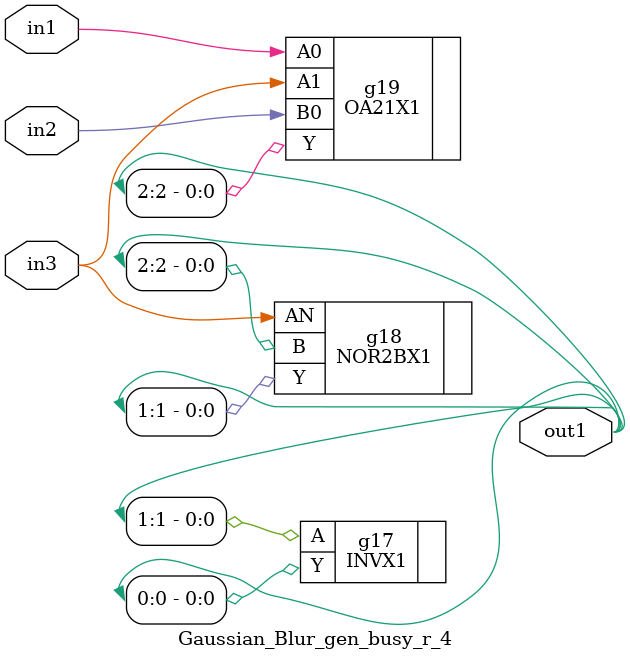
<source format=v>
`timescale 1ps / 1ps


module Gaussian_Blur_gen_busy_r_4(in1, in2, in3, out1);
  input in1, in2, in3;
  output [2:0] out1;
  wire in1, in2, in3;
  wire [2:0] out1;
  INVX1 g17(.A (out1[1]), .Y (out1[0]));
  NOR2BX1 g18(.AN (in3), .B (out1[2]), .Y (out1[1]));
  OA21X1 g19(.A0 (in1), .A1 (in3), .B0 (in2), .Y (out1[2]));
endmodule


</source>
